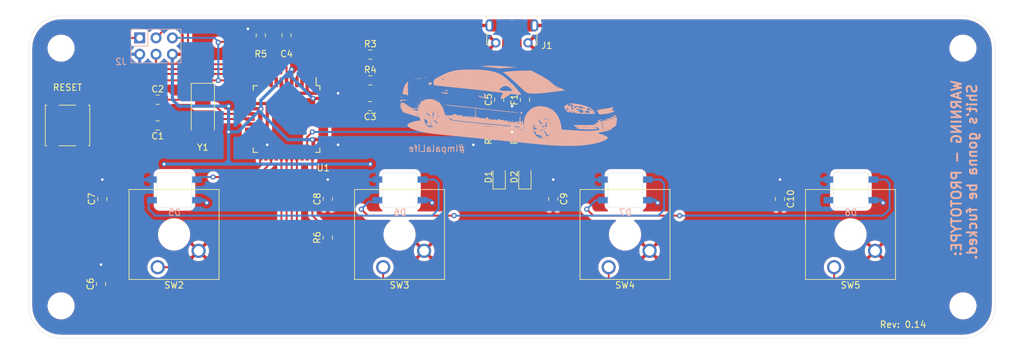
<source format=kicad_pcb>
(kicad_pcb (version 20171130) (host pcbnew "(5.1.2)-1")
  (layers (0 F.Cu signal) (31 B.Cu signal) (34 B.Paste user) (35 F.Paste user) (36 B.SilkS user) (37 F.SilkS user) (38 B.Mask user) (39 F.Mask user) (44 Edge.Cuts user))
  (net 0 "")
  (net 1 GND)
  (net 2 "Net-(C4-Pad2)")
  (net 3 +5V)
  (net 4 "Net-(D1-Pad2)")
  (net 5 "Net-(D2-Pad2)")
  (net 6 "Net-(F1-Pad2)")
  (net 7 "Net-(J1-Pad4)")
  (net 8 RESET)
  (net 9 MOSI)
  (net 10 SCLK)
  (net 11 MISO)
  (net 12 D13)
  (net 13 D+)
  (net 14 D-)
  (net 15 D5)
  (net 16 D10)
  (net 17 D9)
  (net 18 D8)
  (net 19 D6)
  (net 20 D4)
  (net 21 D11)
  (net 22 D7)
  (net 23 RXLED)
  (net 24 TXLED)
  (net 25 A5)
  (net 26 A4)
  (net 27 A3)
  (net 28 A2)
  (net 29 A1)
  (net 30 A0)
  (net 31 D12)
  (net 32 D0\TX)
  (net 33 D1\RX)
  (net 34 D2\SDA)
  (net 35 D3\SCL)
  (net 36 /d+)
  (net 37 /d-)
  (net 38 "Net-(D5-Pad2)")
  (net 39 "Net-(D6-Pad2)")
  (net 40 "Net-(D7-Pad2)")
  (net 41 "Net-(D8-Pad2)")
  (net 42 /HWB)
  (net 43 /XTAL1)
  (net 44 /XTAL2)
  (net 45 /AREF)
  (module PoorDeck:Impala (layer B.Cu) (at 74.5 11.8 180)
    (fp_text reference G*** hide)
    (fp_text value LOGO hide)
  )
  (module MountingHole:MountingHole_3.2mm_M3 (layer F.Cu) (at 5 5)
    (fp_text reference REF** hide)
    (fp_text value MountingHole_3.2mm_M3)
    (pad 1 np_thru_hole circle (at 0 0) (size 3.2 3.2) (drill 3.2) (layers *.Cu *.Mask))
  )
  (module MountingHole:MountingHole_3.2mm_M3 (layer F.Cu) (at 5 45)
    (fp_text reference REF** hide)
    (fp_text value MountingHole_3.2mm_M3)
    (pad 1 np_thru_hole circle (at 0 0) (size 3.2 3.2) (drill 3.2) (layers *.Cu *.Mask))
  )
  (module MountingHole:MountingHole_3.2mm_M3 (layer F.Cu) (at 145 45)
    (fp_text reference REF** hide)
    (fp_text value MountingHole_3.2mm_M3)
    (pad 1 np_thru_hole circle (at 0 0) (size 3.2 3.2) (drill 3.2) (layers *.Cu *.Mask))
  )
  (module MountingHole:MountingHole_3.2mm_M3 (layer F.Cu) (at 145 5)
    (fp_text reference REF** hide)
    (fp_text value MountingHole_3.2mm_M3)
    (pad 1 np_thru_hole circle (at 0 0) (size 3.2 3.2) (drill 3.2) (layers *.Cu *.Mask))
  )
  (module PoorDeck:LED_WS2812B_PLCC4_5.0x5.0mm_P3.2mm (layer B.Cu) (at 127.6 27)
    (fp_text reference D8 (at 0 3.5) (layer B.SilkS) (effects (justify mirror)))
    (fp_text value WS2812B)
    (pad 3 smd rect (at 3.5 1.6) (size 1.5 1) (layers B.Cu B.Paste B.Mask) (net 1 GND))
    (pad 4 smd rect (at 3.5 -1.6) (size 1.5 1) (layers B.Cu B.Paste B.Mask) (net 40 "Net-(D7-Pad2)"))
    (pad 2 smd rect (at -3.5 1.6) (size 1.5 1) (layers B.Cu B.Paste B.Mask) (net 41 "Net-(D8-Pad2)"))
    (pad 1 smd rect (at -3.5 -1.6) (size 1.5 1) (layers B.Cu B.Paste B.Mask) (net 3 +5V))
  )
  (module PoorDeck:LED_WS2812B_PLCC4_5.0x5.0mm_P3.2mm (layer B.Cu) (at 92.6 27)
    (fp_text reference D7 (at 0 3.5) (layer B.SilkS) (effects (justify mirror)))
    (fp_text value WS2812B)
    (pad 3 smd rect (at 3.5 1.6) (size 1.5 1) (layers B.Cu B.Paste B.Mask) (net 1 GND))
    (pad 4 smd rect (at 3.5 -1.6) (size 1.5 1) (layers B.Cu B.Paste B.Mask) (net 39 "Net-(D6-Pad2)"))
    (pad 2 smd rect (at -3.5 1.6) (size 1.5 1) (layers B.Cu B.Paste B.Mask) (net 40 "Net-(D7-Pad2)"))
    (pad 1 smd rect (at -3.5 -1.6) (size 1.5 1) (layers B.Cu B.Paste B.Mask) (net 3 +5V))
  )
  (module PoorDeck:LED_WS2812B_PLCC4_5.0x5.0mm_P3.2mm (layer B.Cu) (at 57.6 27)
    (fp_text reference D6 (at 0 3.5) (layer B.SilkS) (effects (justify mirror)))
    (fp_text value WS2812B)
    (pad 3 smd rect (at 3.5 1.6) (size 1.5 1) (layers B.Cu B.Paste B.Mask) (net 1 GND))
    (pad 4 smd rect (at 3.5 -1.6) (size 1.5 1) (layers B.Cu B.Paste B.Mask) (net 38 "Net-(D5-Pad2)"))
    (pad 2 smd rect (at -3.5 1.6) (size 1.5 1) (layers B.Cu B.Paste B.Mask) (net 39 "Net-(D6-Pad2)"))
    (pad 1 smd rect (at -3.5 -1.6) (size 1.5 1) (layers B.Cu B.Paste B.Mask) (net 3 +5V))
  )
  (module PoorDeck:LED_WS2812B_PLCC4_5.0x5.0mm_P3.2mm (layer B.Cu) (at 22.6 27)
    (fp_text reference D5 (at 0 3.5) (layer B.SilkS) (effects (justify mirror)))
    (fp_text value WS2812B)
    (pad 3 smd rect (at 3.5 1.6) (size 1.5 1) (layers B.Cu B.Paste B.Mask) (net 1 GND))
    (pad 4 smd rect (at 3.5 -1.6) (size 1.5 1) (layers B.Cu B.Paste B.Mask) (net 20 D4))
    (pad 2 smd rect (at -3.5 1.6) (size 1.5 1) (layers B.Cu B.Paste B.Mask) (net 38 "Net-(D5-Pad2)"))
    (pad 1 smd rect (at -3.5 -1.6) (size 1.5 1) (layers B.Cu B.Paste B.Mask) (net 3 +5V))
  )
  (module PoorDeck:USB_Micro-B_Molex-105017-0001 (layer F.Cu) (at 74.978634 2.7092 180)
    (fp_text reference J1 (at -5.421366 -1.8908) (layer F.SilkS))
    (fp_text value Molex-105017)
    (pad 6 smd rect (at -2.9 1.2375 180) (size 1.2 1.9) (layers F.Cu F.Mask) (net 1 GND))
    (pad 6 smd rect (at 2.9 1.2375 180) (size 1.2 1.9) (layers F.Cu F.Mask) (net 1 GND))
    (pad 6 thru_hole oval (at 3.5 1.2375 180) (size 1.2 1.9) (drill oval 0.6 1.3) (layers *.Cu *.Mask) (net 1 GND))
    (pad 6 thru_hole oval (at -3.5 1.2375) (size 1.2 1.9) (drill oval 0.6 1.3) (layers *.Cu *.Mask) (net 1 GND))
    (pad 6 smd rect (at -1 1.2375 180) (size 1.5 1.9) (layers F.Cu F.Paste F.Mask) (net 1 GND))
    (pad 6 thru_hole circle (at 2.5 -1.4625 180) (size 1.45 1.45) (drill 0.85) (layers *.Cu *.Mask) (net 1 GND))
    (pad 3 smd rect (at 0 -2 180) (size 0.4 2.5) (layers F.Cu F.Paste F.Mask) (net 36 /d+))
    (pad 4 smd rect (at 0.65 -2 180) (size 0.4 2.5) (layers F.Cu F.Paste F.Mask) (net 7 "Net-(J1-Pad4)"))
    (pad 5 smd rect (at 1.3 -2 180) (size 0.4 2.5) (layers F.Cu F.Paste F.Mask) (net 1 GND))
    (pad 1 smd rect (at -1.3 -2 180) (size 0.4 2.5) (layers F.Cu F.Paste F.Mask) (net 6 "Net-(F1-Pad2)"))
    (pad 2 smd rect (at -0.65 -2 180) (size 0.4 2.5) (layers F.Cu F.Paste F.Mask) (net 37 /d-))
    (pad 6 thru_hole circle (at -2.5 -1.4625 180) (size 1.45 1.45) (drill 0.85) (layers *.Cu *.Mask) (net 1 GND))
    (pad 6 smd rect (at 1 1.2375 180) (size 1.5 1.9) (layers F.Cu F.Paste F.Mask) (net 1 GND))
  )
  (module Crystal:Crystal_SMD_5032-2Pin_5.0x3.2mm_HandSoldering (layer F.Cu) (at 27 15 270)
    (fp_text reference Y1 (at 5.4 0 180) (layer F.SilkS))
    (fp_text value 16Mhz)
    (pad 2 smd rect (at 2.6 0 270) (size 3.5 2.4) (layers F.Cu F.Paste F.Mask) (net 43 /XTAL1))
    (pad 1 smd rect (at -2.6 0 270) (size 3.5 2.4) (layers F.Cu F.Paste F.Mask) (net 44 /XTAL2))
  )
  (module Package_QFP:TQFP-44_10x10mm_P0.8mm (layer F.Cu) (at 40 16 270)
    (fp_text reference U1 (at 7.6 -5.7 180) (layer F.SilkS))
    (fp_text value ATmega32U4-AU)
    (pad 44 smd rect (at -4 -5.7) (size 1.5 0.55) (layers F.Cu F.Paste F.Mask) (net 3 +5V))
    (pad 43 smd rect (at -3.2 -5.7) (size 1.5 0.55) (layers F.Cu F.Paste F.Mask) (net 1 GND))
    (pad 42 smd rect (at -2.4 -5.7) (size 1.5 0.55) (layers F.Cu F.Paste F.Mask) (net 45 /AREF))
    (pad 41 smd rect (at -1.6 -5.7) (size 1.5 0.55) (layers F.Cu F.Paste F.Mask) (net 25 A5))
    (pad 40 smd rect (at -0.8 -5.7) (size 1.5 0.55) (layers F.Cu F.Paste F.Mask) (net 26 A4))
    (pad 39 smd rect (at 0 -5.7) (size 1.5 0.55) (layers F.Cu F.Paste F.Mask) (net 27 A3))
    (pad 38 smd rect (at 0.8 -5.7) (size 1.5 0.55) (layers F.Cu F.Paste F.Mask) (net 28 A2))
    (pad 37 smd rect (at 1.6 -5.7) (size 1.5 0.55) (layers F.Cu F.Paste F.Mask) (net 29 A1))
    (pad 36 smd rect (at 2.4 -5.7) (size 1.5 0.55) (layers F.Cu F.Paste F.Mask) (net 30 A0))
    (pad 35 smd rect (at 3.2 -5.7) (size 1.5 0.55) (layers F.Cu F.Paste F.Mask) (net 1 GND))
    (pad 34 smd rect (at 4 -5.7) (size 1.5 0.55) (layers F.Cu F.Paste F.Mask) (net 3 +5V))
    (pad 33 smd rect (at 5.7 -4 270) (size 1.5 0.55) (layers F.Cu F.Paste F.Mask) (net 42 /HWB))
    (pad 32 smd rect (at 5.7 -3.2 270) (size 1.5 0.55) (layers F.Cu F.Paste F.Mask) (net 12 D13))
    (pad 31 smd rect (at 5.7 -2.4 270) (size 1.5 0.55) (layers F.Cu F.Paste F.Mask) (net 15 D5))
    (pad 30 smd rect (at 5.7 -1.6 270) (size 1.5 0.55) (layers F.Cu F.Paste F.Mask) (net 16 D10))
    (pad 29 smd rect (at 5.7 -0.8 270) (size 1.5 0.55) (layers F.Cu F.Paste F.Mask) (net 17 D9))
    (pad 28 smd rect (at 5.7 0 270) (size 1.5 0.55) (layers F.Cu F.Paste F.Mask) (net 18 D8))
    (pad 27 smd rect (at 5.7 0.8 270) (size 1.5 0.55) (layers F.Cu F.Paste F.Mask) (net 19 D6))
    (pad 26 smd rect (at 5.7 1.6 270) (size 1.5 0.55) (layers F.Cu F.Paste F.Mask) (net 31 D12))
    (pad 25 smd rect (at 5.7 2.4 270) (size 1.5 0.55) (layers F.Cu F.Paste F.Mask) (net 20 D4))
    (pad 24 smd rect (at 5.7 3.2 270) (size 1.5 0.55) (layers F.Cu F.Paste F.Mask) (net 3 +5V))
    (pad 23 smd rect (at 5.7 4 270) (size 1.5 0.55) (layers F.Cu F.Paste F.Mask) (net 1 GND))
    (pad 22 smd rect (at 4 5.7) (size 1.5 0.55) (layers F.Cu F.Paste F.Mask) (net 24 TXLED))
    (pad 21 smd rect (at 3.2 5.7) (size 1.5 0.55) (layers F.Cu F.Paste F.Mask) (net 32 D0\TX))
    (pad 20 smd rect (at 2.4 5.7) (size 1.5 0.55) (layers F.Cu F.Paste F.Mask) (net 33 D1\RX))
    (pad 19 smd rect (at 1.6 5.7) (size 1.5 0.55) (layers F.Cu F.Paste F.Mask) (net 34 D2\SDA))
    (pad 18 smd rect (at 0.8 5.7) (size 1.5 0.55) (layers F.Cu F.Paste F.Mask) (net 35 D3\SCL))
    (pad 17 smd rect (at 0 5.7) (size 1.5 0.55) (layers F.Cu F.Paste F.Mask) (net 43 /XTAL1))
    (pad 16 smd rect (at -0.8 5.7) (size 1.5 0.55) (layers F.Cu F.Paste F.Mask) (net 44 /XTAL2))
    (pad 15 smd rect (at -1.6 5.7) (size 1.5 0.55) (layers F.Cu F.Paste F.Mask) (net 1 GND))
    (pad 14 smd rect (at -2.4 5.7) (size 1.5 0.55) (layers F.Cu F.Paste F.Mask) (net 3 +5V))
    (pad 13 smd rect (at -3.2 5.7) (size 1.5 0.55) (layers F.Cu F.Paste F.Mask) (net 8 RESET))
    (pad 12 smd rect (at -4 5.7) (size 1.5 0.55) (layers F.Cu F.Paste F.Mask) (net 21 D11))
    (pad 11 smd rect (at -5.7 4 270) (size 1.5 0.55) (layers F.Cu F.Paste F.Mask) (net 11 MISO))
    (pad 10 smd rect (at -5.7 3.2 270) (size 1.5 0.55) (layers F.Cu F.Paste F.Mask) (net 9 MOSI))
    (pad 9 smd rect (at -5.7 2.4 270) (size 1.5 0.55) (layers F.Cu F.Paste F.Mask) (net 10 SCLK))
    (pad 8 smd rect (at -5.7 1.6 270) (size 1.5 0.55) (layers F.Cu F.Paste F.Mask) (net 23 RXLED))
    (pad 7 smd rect (at -5.7 0.8 270) (size 1.5 0.55) (layers F.Cu F.Paste F.Mask) (net 3 +5V))
    (pad 6 smd rect (at -5.7 0 270) (size 1.5 0.55) (layers F.Cu F.Paste F.Mask) (net 2 "Net-(C4-Pad2)"))
    (pad 5 smd rect (at -5.7 -0.8 270) (size 1.5 0.55) (layers F.Cu F.Paste F.Mask) (net 1 GND))
    (pad 4 smd rect (at -5.7 -1.6 270) (size 1.5 0.55) (layers F.Cu F.Paste F.Mask) (net 13 D+))
    (pad 3 smd rect (at -5.7 -2.4 270) (size 1.5 0.55) (layers F.Cu F.Paste F.Mask) (net 14 D-))
    (pad 2 smd rect (at -5.7 -3.2 270) (size 1.5 0.55) (layers F.Cu F.Paste F.Mask) (net 3 +5V))
    (pad 1 smd rect (at -5.7 -4 270) (size 1.5 0.55) (layers F.Cu F.Paste F.Mask) (net 22 D7))
  )
  (module Button_Switch_Keyboard:SW_Cherry_MX_1.00u_Plate (layer F.Cu) (at 125 39 180)
    (fp_text reference SW5 (at -2.54 -2.794) (layer F.SilkS))
    (fp_text value SW_Push)
    (pad "" np_thru_hole circle (at -2.54 5.08 180) (size 4 4) (drill 4) (layers *.Cu *.Mask))
    (pad 2 thru_hole circle (at -6.35 2.54 180) (size 2.2 2.2) (drill 1.5) (layers *.Cu *.Mask) (net 1 GND))
    (pad 1 thru_hole circle (at 0 0 180) (size 2.2 2.2) (drill 1.5) (layers *.Cu *.Mask) (net 18 D8))
  )
  (module Button_Switch_Keyboard:SW_Cherry_MX_1.00u_Plate (layer F.Cu) (at 90 39 180)
    (fp_text reference SW4 (at -2.54 -2.794) (layer F.SilkS))
    (fp_text value SW_Push)
    (pad "" np_thru_hole circle (at -2.54 5.08 180) (size 4 4) (drill 4) (layers *.Cu *.Mask))
    (pad 2 thru_hole circle (at -6.35 2.54 180) (size 2.2 2.2) (drill 1.5) (layers *.Cu *.Mask) (net 1 GND))
    (pad 1 thru_hole circle (at 0 0 180) (size 2.2 2.2) (drill 1.5) (layers *.Cu *.Mask) (net 17 D9))
  )
  (module Button_Switch_Keyboard:SW_Cherry_MX_1.00u_Plate (layer F.Cu) (at 55 39 180)
    (fp_text reference SW3 (at -2.54 -2.794) (layer F.SilkS))
    (fp_text value SW_Push)
    (pad "" np_thru_hole circle (at -2.54 5.08 180) (size 4 4) (drill 4) (layers *.Cu *.Mask))
    (pad 2 thru_hole circle (at -6.35 2.54 180) (size 2.2 2.2) (drill 1.5) (layers *.Cu *.Mask) (net 1 GND))
    (pad 1 thru_hole circle (at 0 0 180) (size 2.2 2.2) (drill 1.5) (layers *.Cu *.Mask) (net 16 D10))
  )
  (module Button_Switch_Keyboard:SW_Cherry_MX_1.00u_Plate (layer F.Cu) (at 20 39 180)
    (fp_text reference SW2 (at -2.54 -2.794) (layer F.SilkS))
    (fp_text value SW_Push)
    (pad "" np_thru_hole circle (at -2.54 5.08 180) (size 4 4) (drill 4) (layers *.Cu *.Mask))
    (pad 2 thru_hole circle (at -6.35 2.54 180) (size 2.2 2.2) (drill 1.5) (layers *.Cu *.Mask) (net 1 GND))
    (pad 1 thru_hole circle (at 0 0 180) (size 2.2 2.2) (drill 1.5) (layers *.Cu *.Mask) (net 19 D6))
  )
  (module Button_Switch_SMD:SW_SPST_B3S-1000 (layer F.Cu) (at 6 17 90)
    (fp_text reference RESET (at 5.9 0 180) (layer F.SilkS))
    (fp_text value SW_Push)
    (pad 2 smd rect (at 3.975 2.25 90) (size 1.55 1.3) (layers F.Cu F.Paste F.Mask) (net 8 RESET))
    (pad 2 smd rect (at -3.975 2.25 90) (size 1.55 1.3) (layers F.Cu F.Paste F.Mask) (net 8 RESET))
    (pad 1 smd rect (at 3.975 -2.25 90) (size 1.55 1.3) (layers F.Cu F.Paste F.Mask) (net 1 GND))
    (pad 1 smd rect (at -3.975 -2.25 90) (size 1.55 1.3) (layers F.Cu F.Paste F.Mask) (net 1 GND))
  )
  (module Resistor_SMD:R_0805_2012Metric_Pad1.15x1.40mm_HandSolder (layer F.Cu) (at 46.4 34.4 90)
    (fp_text reference R6 (at 0 -1.65 90) (layer F.SilkS))
    (fp_text value 10k)
    (pad 2 smd roundrect (at 1.025 0 90) (size 1.15 1.4) (layers F.Cu F.Paste F.Mask) (roundrect_rratio 0.217391) (net 42 /HWB))
    (pad 1 smd roundrect (at -1.025 0 90) (size 1.15 1.4) (layers F.Cu F.Paste F.Mask) (roundrect_rratio 0.217391) (net 1 GND))
  )
  (module Resistor_SMD:R_0805_2012Metric_Pad1.15x1.40mm_HandSolder (layer F.Cu) (at 36 3 270)
    (fp_text reference R5 (at 2.9 0 180) (layer F.SilkS))
    (fp_text value 10k)
    (pad 2 smd roundrect (at 1.025 0 270) (size 1.15 1.4) (layers F.Cu F.Paste F.Mask) (roundrect_rratio 0.217391) (net 8 RESET))
    (pad 1 smd roundrect (at -1.025 0 270) (size 1.15 1.4) (layers F.Cu F.Paste F.Mask) (roundrect_rratio 0.217391) (net 3 +5V))
  )
  (module Resistor_SMD:R_0805_2012Metric_Pad1.15x1.40mm_HandSolder (layer F.Cu) (at 53 10)
    (fp_text reference R4 (at 0 -1.65) (layer F.SilkS))
    (fp_text value 22R)
    (pad 2 smd roundrect (at 1.025 0) (size 1.15 1.4) (layers F.Cu F.Paste F.Mask) (roundrect_rratio 0.217391) (net 37 /d-))
    (pad 1 smd roundrect (at -1.025 0) (size 1.15 1.4) (layers F.Cu F.Paste F.Mask) (roundrect_rratio 0.217391) (net 14 D-))
  )
  (module Resistor_SMD:R_0805_2012Metric_Pad1.15x1.40mm_HandSolder (layer F.Cu) (at 53 6)
    (fp_text reference R3 (at 0 -1.65) (layer F.SilkS))
    (fp_text value 22R)
    (pad 2 smd roundrect (at 1.025 0) (size 1.15 1.4) (layers F.Cu F.Paste F.Mask) (roundrect_rratio 0.217391) (net 36 /d+))
    (pad 1 smd roundrect (at -1.025 0) (size 1.15 1.4) (layers F.Cu F.Paste F.Mask) (roundrect_rratio 0.217391) (net 13 D+))
  )
  (module Resistor_SMD:R_0805_2012Metric_Pad1.15x1.40mm_HandSolder (layer F.Cu) (at 77 19 90)
    (fp_text reference R2 (at 0 -1.65 90) (layer F.SilkS))
    (fp_text value 10k)
    (pad 2 smd roundrect (at 1.025 0 90) (size 1.15 1.4) (layers F.Cu F.Paste F.Mask) (roundrect_rratio 0.217391) (net 12 D13))
    (pad 1 smd roundrect (at -1.025 0 90) (size 1.15 1.4) (layers F.Cu F.Paste F.Mask) (roundrect_rratio 0.217391) (net 5 "Net-(D2-Pad2)"))
  )
  (module Resistor_SMD:R_0805_2012Metric_Pad1.15x1.40mm_HandSolder (layer F.Cu) (at 73 19 90)
    (fp_text reference R1 (at 0 -1.65 90) (layer F.SilkS))
    (fp_text value 10k)
    (pad 2 smd roundrect (at 1.025 0 90) (size 1.15 1.4) (layers F.Cu F.Paste F.Mask) (roundrect_rratio 0.217391) (net 3 +5V))
    (pad 1 smd roundrect (at -1.025 0 90) (size 1.15 1.4) (layers F.Cu F.Paste F.Mask) (roundrect_rratio 0.217391) (net 4 "Net-(D1-Pad2)"))
  )
  (module Connector_PinHeader_2.54mm:PinHeader_2x03_P2.54mm_Vertical (layer B.Cu) (at 17.2 3.4 270)
    (fp_text reference J2 (at 3.7 2.9 180) (layer B.SilkS) (effects (justify mirror)))
    (fp_text value Conn_02x03)
    (pad 6 thru_hole oval (at 2.54 -5.08 270) (size 1.7 1.7) (drill 1) (layers *.Cu *.Mask) (net 1 GND))
    (pad 5 thru_hole oval (at 0 -5.08 270) (size 1.7 1.7) (drill 1) (layers *.Cu *.Mask) (net 8 RESET))
    (pad 4 thru_hole oval (at 2.54 -2.54 270) (size 1.7 1.7) (drill 1) (layers *.Cu *.Mask) (net 9 MOSI))
    (pad 3 thru_hole oval (at 0 -2.54 270) (size 1.7 1.7) (drill 1) (layers *.Cu *.Mask) (net 10 SCLK))
    (pad 2 thru_hole oval (at 2.54 0 270) (size 1.7 1.7) (drill 1) (layers *.Cu *.Mask) (net 3 +5V))
    (pad 1 thru_hole rect (at 0 0 270) (size 1.7 1.7) (drill 1) (layers *.Cu *.Mask) (net 11 MISO))
  )
  (module Fuse:Fuse_0805_2012Metric_Pad1.15x1.40mm_HandSolder (layer F.Cu) (at 77 13 90)
    (fp_text reference F1 (at 0 -1.65 90) (layer F.SilkS))
    (fp_text value 500mA)
    (pad 2 smd roundrect (at 1.025 0 90) (size 1.15 1.4) (layers F.Cu F.Paste F.Mask) (roundrect_rratio 0.217391) (net 6 "Net-(F1-Pad2)"))
    (pad 1 smd roundrect (at -1.025 0 90) (size 1.15 1.4) (layers F.Cu F.Paste F.Mask) (roundrect_rratio 0.217391) (net 3 +5V))
  )
  (module Diode_SMD:D_0805_2012Metric_Pad1.15x1.40mm_HandSolder (layer F.Cu) (at 77 25 90)
    (fp_text reference D2 (at 0 -1.65 90) (layer F.SilkS))
    (fp_text value LED)
    (pad 2 smd roundrect (at 1.025 0 90) (size 1.15 1.4) (layers F.Cu F.Paste F.Mask) (roundrect_rratio 0.217391) (net 5 "Net-(D2-Pad2)"))
    (pad 1 smd roundrect (at -1.025 0 90) (size 1.15 1.4) (layers F.Cu F.Paste F.Mask) (roundrect_rratio 0.217391) (net 1 GND))
  )
  (module Diode_SMD:D_0805_2012Metric_Pad1.15x1.40mm_HandSolder (layer F.Cu) (at 73 25 90)
    (fp_text reference D1 (at 0 -1.65 90) (layer F.SilkS))
    (fp_text value LED)
    (pad 2 smd roundrect (at 1.025 0 90) (size 1.15 1.4) (layers F.Cu F.Paste F.Mask) (roundrect_rratio 0.217391) (net 4 "Net-(D1-Pad2)"))
    (pad 1 smd roundrect (at -1.025 0 90) (size 1.15 1.4) (layers F.Cu F.Paste F.Mask) (roundrect_rratio 0.217391) (net 1 GND))
  )
  (module Capacitor_SMD:C_0805_2012Metric_Pad1.15x1.40mm_HandSolder (layer F.Cu) (at 116.6 28.4 270)
    (fp_text reference C10 (at 0 -1.65 90) (layer F.SilkS))
    (fp_text value 100nF)
    (pad 2 smd roundrect (at 1.025 0 270) (size 1.15 1.4) (layers F.Cu F.Paste F.Mask) (roundrect_rratio 0.217391) (net 1 GND))
    (pad 1 smd roundrect (at -1.025 0 270) (size 1.15 1.4) (layers F.Cu F.Paste F.Mask) (roundrect_rratio 0.217391) (net 3 +5V))
  )
  (module Capacitor_SMD:C_0805_2012Metric_Pad1.15x1.40mm_HandSolder (layer F.Cu) (at 81.4 28.4 270)
    (fp_text reference C9 (at 0 -1.65 90) (layer F.SilkS))
    (fp_text value 100nF)
    (pad 2 smd roundrect (at 1.025 0 270) (size 1.15 1.4) (layers F.Cu F.Paste F.Mask) (roundrect_rratio 0.217391) (net 1 GND))
    (pad 1 smd roundrect (at -1.025 0 270) (size 1.15 1.4) (layers F.Cu F.Paste F.Mask) (roundrect_rratio 0.217391) (net 3 +5V))
  )
  (module Capacitor_SMD:C_0805_2012Metric_Pad1.15x1.40mm_HandSolder (layer F.Cu) (at 46.4 28.4 270)
    (fp_text reference C8 (at 0 1.65 90) (layer F.SilkS))
    (fp_text value 100nF)
    (pad 2 smd roundrect (at 1.025 0 270) (size 1.15 1.4) (layers F.Cu F.Paste F.Mask) (roundrect_rratio 0.217391) (net 1 GND))
    (pad 1 smd roundrect (at -1.025 0 270) (size 1.15 1.4) (layers F.Cu F.Paste F.Mask) (roundrect_rratio 0.217391) (net 3 +5V))
  )
  (module Capacitor_SMD:C_0805_2012Metric_Pad1.15x1.40mm_HandSolder (layer F.Cu) (at 11.4 28.4 270)
    (fp_text reference C7 (at 0 1.65 90) (layer F.SilkS))
    (fp_text value 100nF)
    (pad 2 smd roundrect (at 1.025 0 270) (size 1.15 1.4) (layers F.Cu F.Paste F.Mask) (roundrect_rratio 0.217391) (net 1 GND))
    (pad 1 smd roundrect (at -1.025 0 270) (size 1.15 1.4) (layers F.Cu F.Paste F.Mask) (roundrect_rratio 0.217391) (net 3 +5V))
  )
  (module Capacitor_SMD:C_0805_2012Metric_Pad1.15x1.40mm_HandSolder (layer F.Cu) (at 11.2 41.6 270)
    (fp_text reference C6 (at 0 1.65 90) (layer F.SilkS))
    (fp_text value 100nF)
    (pad 2 smd roundrect (at 1.025 0 270) (size 1.15 1.4) (layers F.Cu F.Paste F.Mask) (roundrect_rratio 0.217391) (net 1 GND))
    (pad 1 smd roundrect (at -1.025 0 270) (size 1.15 1.4) (layers F.Cu F.Paste F.Mask) (roundrect_rratio 0.217391) (net 3 +5V))
  )
  (module Capacitor_SMD:C_0805_2012Metric_Pad1.15x1.40mm_HandSolder (layer F.Cu) (at 73 13 90)
    (fp_text reference C5 (at 0 -1.65 90) (layer F.SilkS))
    (fp_text value 100nF)
    (pad 2 smd roundrect (at 1.025 0 90) (size 1.15 1.4) (layers F.Cu F.Paste F.Mask) (roundrect_rratio 0.217391) (net 1 GND))
    (pad 1 smd roundrect (at -1.025 0 90) (size 1.15 1.4) (layers F.Cu F.Paste F.Mask) (roundrect_rratio 0.217391) (net 3 +5V))
  )
  (module Capacitor_SMD:C_0805_2012Metric_Pad1.15x1.40mm_HandSolder (layer F.Cu) (at 40 3 270)
    (fp_text reference C4 (at 2.9 0 180) (layer F.SilkS))
    (fp_text value 1uF)
    (pad 2 smd roundrect (at 1.025 0 270) (size 1.15 1.4) (layers F.Cu F.Paste F.Mask) (roundrect_rratio 0.217391) (net 2 "Net-(C4-Pad2)"))
    (pad 1 smd roundrect (at -1.025 0 270) (size 1.15 1.4) (layers F.Cu F.Paste F.Mask) (roundrect_rratio 0.217391) (net 1 GND))
  )
  (module Capacitor_SMD:C_0805_2012Metric_Pad1.15x1.40mm_HandSolder (layer F.Cu) (at 52.975 14 180)
    (fp_text reference C3 (at 0 -1.65) (layer F.SilkS))
    (fp_text value 100nF)
    (pad 2 smd roundrect (at 1.025 0 180) (size 1.15 1.4) (layers F.Cu F.Paste F.Mask) (roundrect_rratio 0.217391) (net 45 /AREF))
    (pad 1 smd roundrect (at -1.025 0 180) (size 1.15 1.4) (layers F.Cu F.Paste F.Mask) (roundrect_rratio 0.217391) (net 1 GND))
  )
  (module Capacitor_SMD:C_0805_2012Metric_Pad1.15x1.40mm_HandSolder (layer F.Cu) (at 20 13)
    (fp_text reference C2 (at 0 -1.65) (layer F.SilkS))
    (fp_text value 22pF)
    (pad 2 smd roundrect (at 1.025 0) (size 1.15 1.4) (layers F.Cu F.Paste F.Mask) (roundrect_rratio 0.217391) (net 44 /XTAL2))
    (pad 1 smd roundrect (at -1.025 0) (size 1.15 1.4) (layers F.Cu F.Paste F.Mask) (roundrect_rratio 0.217391) (net 1 GND))
  )
  (module Capacitor_SMD:C_0805_2012Metric_Pad1.15x1.40mm_HandSolder (layer F.Cu) (at 20 17 180)
    (fp_text reference C1 (at 0 -1.65) (layer F.SilkS))
    (fp_text value 22pF)
    (pad 2 smd roundrect (at 1.025 0 180) (size 1.15 1.4) (layers F.Cu F.Paste F.Mask) (roundrect_rratio 0.217391) (net 1 GND))
    (pad 1 smd roundrect (at -1.025 0 180) (size 1.15 1.4) (layers F.Cu F.Paste F.Mask) (roundrect_rratio 0.217391) (net 43 /XTAL1))
  )
  (gr_text "Rev: 0.14" (at 135.7 47.9) (layer F.SilkS) (effects (font (size 1 1))))
  (gr_text "#ImpalaLife" (at 63.3 20.6) (layer B.SilkS) (effects (font (size 1 1)) (justify mirror)))
  (gr_text "WARNING - PROTOTYPE: \nShit's gonna be fucked." (at 145.2 24.2 90) (layer B.SilkS) (effects (font (size 1.5 1.5) (thickness 0.3)) (justify mirror)))
  (gr_line (start 130.3 29.3) (end 130.3 24.7) (layer Edge.Cuts) (width 0.05))
  (gr_arc (start 125.3 29.3) (end 124.9 29.3) (angle -90) (layer Edge.Cuts) (width 0.05))
  (gr_arc (start 129.9 29.3) (end 129.9 29.7) (angle -90) (layer Edge.Cuts) (width 0.05))
  (gr_line (start 124.9 24.7) (end 124.9 29.3) (layer Edge.Cuts) (width 0.05))
  (gr_arc (start 129.9 24.7) (end 130.3 24.7) (angle -90) (layer Edge.Cuts) (width 0.05))
  (gr_line (start 125.3 29.7) (end 129.9 29.7) (layer Edge.Cuts) (width 0.05))
  (gr_line (start 129.9 24.3) (end 125.3 24.3) (layer Edge.Cuts) (width 0.05))
  (gr_arc (start 125.3 24.7) (end 125.3 24.3) (angle -90) (layer Edge.Cuts) (width 0.05))
  (gr_line (start 95.3 29.3) (end 95.3 24.7) (layer Edge.Cuts) (width 0.05))
  (gr_arc (start 90.3 29.3) (end 89.9 29.3) (angle -90) (layer Edge.Cuts) (width 0.05))
  (gr_arc (start 94.9 29.3) (end 94.9 29.7) (angle -90) (layer Edge.Cuts) (width 0.05))
  (gr_line (start 89.9 24.7) (end 89.9 29.3) (layer Edge.Cuts) (width 0.05))
  (gr_arc (start 94.9 24.7) (end 95.3 24.7) (angle -90) (layer Edge.Cuts) (width 0.05))
  (gr_line (start 90.3 29.7) (end 94.9 29.7) (layer Edge.Cuts) (width 0.05))
  (gr_line (start 94.9 24.3) (end 90.3 24.3) (layer Edge.Cuts) (width 0.05))
  (gr_arc (start 90.3 24.7) (end 90.3 24.3) (angle -90) (layer Edge.Cuts) (width 0.05))
  (gr_line (start 60.3 29.3) (end 60.3 24.7) (layer Edge.Cuts) (width 0.05))
  (gr_arc (start 55.3 29.3) (end 54.9 29.3) (angle -90) (layer Edge.Cuts) (width 0.05))
  (gr_arc (start 59.9 29.3) (end 59.9 29.7) (angle -90) (layer Edge.Cuts) (width 0.05))
  (gr_line (start 54.9 24.7) (end 54.9 29.3) (layer Edge.Cuts) (width 0.05))
  (gr_arc (start 59.9 24.7) (end 60.3 24.7) (angle -90) (layer Edge.Cuts) (width 0.05))
  (gr_line (start 55.3 29.7) (end 59.9 29.7) (layer Edge.Cuts) (width 0.05))
  (gr_line (start 59.9 24.3) (end 55.3 24.3) (layer Edge.Cuts) (width 0.05))
  (gr_arc (start 55.3 24.7) (end 55.3 24.3) (angle -90) (layer Edge.Cuts) (width 0.05))
  (gr_line (start 24.9 24.3) (end 20.3 24.3) (layer Edge.Cuts) (width 0.05))
  (gr_line (start 25.3 29.3) (end 25.3 24.7) (layer Edge.Cuts) (width 0.05))
  (gr_line (start 20.3 29.7) (end 24.9 29.7) (layer Edge.Cuts) (width 0.05))
  (gr_line (start 19.9 24.7) (end 19.9 29.3) (layer Edge.Cuts) (width 0.05))
  (gr_arc (start 24.9 29.3) (end 24.9 29.7) (angle -90) (layer Edge.Cuts) (width 0.05))
  (gr_arc (start 20.3 29.3) (end 19.9 29.3) (angle -90) (layer Edge.Cuts) (width 0.05))
  (gr_arc (start 20.3 24.7) (end 20.3 24.3) (angle -90) (layer Edge.Cuts) (width 0.05))
  (gr_arc (start 24.9 24.7) (end 25.3 24.7) (angle -90) (layer Edge.Cuts) (width 0.05))
  (gr_arc (start 145 5) (end 150 5) (angle -90) (layer Edge.Cuts) (width 0.05))
  (gr_arc (start 145 45) (end 145 50) (angle -90) (layer Edge.Cuts) (width 0.05))
  (gr_arc (start 5 45) (end 0 45) (angle -90) (layer Edge.Cuts) (width 0.05))
  (gr_arc (start 5 5) (end 5 0) (angle -90) (layer Edge.Cuts) (width 0.05))
  (gr_line (start 0 45) (end 0 5) (layer Edge.Cuts) (width 0.05))
  (gr_line (start 145 50) (end 5 50) (layer Edge.Cuts) (width 0.05))
  (gr_line (start 150 5) (end 150 45) (layer Edge.Cuts) (width 0.05))
  (gr_line (start 5 0) (end 145 0) (layer Edge.Cuts) (width 0.05))
  (via (at 53 23) (size 0.8) (drill 0.4) (layers F.Cu B.Cu) (net 1))
  (via (at 21 23) (size 0.8) (drill 0.4) (layers F.Cu B.Cu) (net 1))
  (segment (start 45.7 19.2) (end 46.8 19.2) (width 0.5) (layer F.Cu) (net 1))
  (segment (start 46.8 19.2) (end 47 19) (width 0.5) (layer F.Cu) (net 1))
  (segment (start 47 19) (end 48 18) (width 0.5) (layer F.Cu) (net 1))
  (segment (start 46.750002 12.850001) (end 49.149999 12.850001) (width 0.5) (layer F.Cu) (net 1))
  (segment (start 45.7 12.8) (end 46.700001 12.8) (width 0.5) (layer F.Cu) (net 1))
  (segment (start 46.700001 12.8) (end 46.750002 12.850001) (width 0.5) (layer F.Cu) (net 1))
  (segment (start 49.149999 12.850001) (end 50 12) (width 0.5) (layer F.Cu) (net 1))
  (segment (start 40.8 10.3) (end 40.8 8.3) (width 0.5) (layer F.Cu) (net 1))
  (via (at 31 14) (size 0.8) (drill 0.4) (layers F.Cu B.Cu) (net 1))
  (segment (start 34.3 14.4) (end 31.4 14.4) (width 0.5) (layer F.Cu) (net 1))
  (segment (start 31.4 14.4) (end 31 14) (width 0.5) (layer F.Cu) (net 1))
  (segment (start 31 14) (end 31 18) (width 0.5) (layer B.Cu) (net 1))
  (via (at 31 18) (size 0.8) (drill 0.4) (layers F.Cu B.Cu) (net 1))
  (segment (start 73.678634 6.4592) (end 73.6 6.537834) (width 0.5) (layer F.Cu) (net 1))
  (segment (start 73.678634 4.7092) (end 73.678634 6.4592) (width 0.5) (layer F.Cu) (net 1))
  (via (at 36.009644 14.45) (size 0.8) (drill 0.4) (layers F.Cu B.Cu) (net 1))
  (segment (start 36.009644 20.000393) (end 36.009644 14.45) (width 0.5) (layer F.Cu) (net 1))
  (segment (start 36 21.7) (end 36 20.010037) (width 0.5) (layer F.Cu) (net 1))
  (segment (start 36 20.010037) (end 36.009644 20.000393) (width 0.5) (layer F.Cu) (net 1))
  (segment (start 35.959644 14.4) (end 36.009644 14.45) (width 0.5) (layer F.Cu) (net 1))
  (segment (start 34.3 14.4) (end 35.959644 14.4) (width 0.5) (layer F.Cu) (net 1))
  (segment (start 40.8 8.3) (end 40.8 5.2) (width 0.5) (layer F.Cu) (net 1))
  (via (at 40.8 8.3) (size 0.8) (drill 0.4) (layers F.Cu B.Cu) (net 1))
  (segment (start 32.459644 18) (end 36.009644 14.45) (width 0.5) (layer B.Cu) (net 1))
  (segment (start 31 18) (end 32.459644 18) (width 0.5) (layer B.Cu) (net 1))
  (segment (start 36.009644 14.45) (end 36.009644 13.090356) (width 0.5) (layer B.Cu) (net 1))
  (via (at 97.6 29) (size 0.8) (drill 0.4) (layers F.Cu B.Cu) (net 1))
  (segment (start 96.1 28.6) (end 97.2 28.6) (width 0.5) (layer B.Cu) (net 1))
  (segment (start 97.2 28.6) (end 97.6 29) (width 0.5) (layer B.Cu) (net 1))
  (via (at 132.6 29) (size 0.8) (drill 0.4) (layers F.Cu B.Cu) (net 1))
  (segment (start 131.1 28.6) (end 132.2 28.6) (width 0.5) (layer B.Cu) (net 1))
  (segment (start 132.2 28.6) (end 132.6 29) (width 0.5) (layer B.Cu) (net 1))
  (via (at 62.6 29) (size 0.8) (drill 0.4) (layers F.Cu B.Cu) (net 1))
  (segment (start 61.1 28.6) (end 62.2 28.6) (width 0.5) (layer B.Cu) (net 1))
  (segment (start 62.2 28.6) (end 62.6 29) (width 0.5) (layer B.Cu) (net 1))
  (via (at 27.6 29) (size 0.8) (drill 0.4) (layers F.Cu B.Cu) (net 1))
  (segment (start 26.1 28.6) (end 27.2 28.6) (width 0.5) (layer B.Cu) (net 1))
  (segment (start 27.2 28.6) (end 27.6 29) (width 0.5) (layer B.Cu) (net 1))
  (via (at 44 19.2) (size 0.8) (drill 0.4) (layers F.Cu B.Cu) (net 1))
  (via (at 44.1 12.8) (size 0.8) (drill 0.4) (layers F.Cu B.Cu) (net 1))
  (segment (start 45.7 19.2) (end 44 19.2) (width 0.5) (layer F.Cu) (net 1))
  (segment (start 45.7 12.8) (end 44.1 12.8) (width 0.5) (layer F.Cu) (net 1))
  (segment (start 43.434315 19.2) (end 44 19.2) (width 0.5) (layer B.Cu) (net 1))
  (segment (start 40.193959 19.2) (end 43.434315 19.2) (width 0.5) (layer B.Cu) (net 1))
  (segment (start 36.009644 15.015685) (end 40.193959 19.2) (width 0.5) (layer B.Cu) (net 1))
  (segment (start 36.009644 14.45) (end 36.009644 15.015685) (width 0.5) (layer B.Cu) (net 1))
  (segment (start 40.8 9.5) (end 44.1 12.8) (width 0.5) (layer B.Cu) (net 1))
  (segment (start 40.8 8.3) (end 40.8 9.5) (width 0.5) (layer B.Cu) (net 1))
  (segment (start 40.8 9.5) (end 40.2 8.9) (width 0.5) (layer B.Cu) (net 1))
  (segment (start 40.2 8.9) (end 40.8 8.3) (width 0.5) (layer B.Cu) (net 1))
  (segment (start 40.7 9.4) (end 40.8 9.5) (width 0.5) (layer B.Cu) (net 1))
  (segment (start 39.7 9.4) (end 40.7 9.4) (width 0.5) (layer B.Cu) (net 1))
  (segment (start 39.7 9.4) (end 40.2 8.9) (width 0.5) (layer B.Cu) (net 1))
  (segment (start 36.009644 13.090356) (end 39.7 9.4) (width 0.5) (layer B.Cu) (net 1))
  (segment (start 22.28 12.98) (end 22.28 5.94) (width 0.5) (layer B.Cu) (net 1))
  (segment (start 31 14) (end 23.3 14) (width 0.5) (layer B.Cu) (net 1))
  (segment (start 23.3 14) (end 22.28 12.98) (width 0.5) (layer B.Cu) (net 1))
  (segment (start 31 22.4) (end 30.4 23) (width 0.5) (layer B.Cu) (net 1))
  (segment (start 31 18) (end 31 22.4) (width 0.5) (layer B.Cu) (net 1))
  (segment (start 30.4 23) (end 21 23) (width 0.5) (layer B.Cu) (net 1))
  (segment (start 31 22.5) (end 31.5 23) (width 0.5) (layer B.Cu) (net 1))
  (segment (start 31 22.4) (end 31 22.5) (width 0.5) (layer B.Cu) (net 1))
  (segment (start 53 23) (end 31.5 23) (width 0.5) (layer B.Cu) (net 1))
  (segment (start 31.5 23) (end 30.4 23) (width 0.5) (layer B.Cu) (net 1))
  (segment (start 40 10.3) (end 40 4.025) (width 0.3) (layer F.Cu) (net 2))
  (via (at 34 2) (size 0.8) (drill 0.4) (layers F.Cu B.Cu) (net 3))
  (via (at 11.4 25.4) (size 0.8) (drill 0.4) (layers F.Cu B.Cu) (net 3))
  (via (at 46.4 25.4) (size 0.8) (drill 0.4) (layers F.Cu B.Cu) (net 3))
  (via (at 81.4 25.4) (size 0.8) (drill 0.4) (layers F.Cu B.Cu) (net 3))
  (via (at 116.6 25.4) (size 0.8) (drill 0.4) (layers F.Cu B.Cu) (net 3))
  (via (at 11.2 38.6) (size 0.8) (drill 0.4) (layers F.Cu B.Cu) (net 3))
  (via (at 75 14) (size 0.8) (drill 0.4) (layers F.Cu B.Cu) (net 3))
  (segment (start 11.4 27.375) (end 11.4 25.4) (width 0.5) (layer F.Cu) (net 3))
  (segment (start 46.4 27.375) (end 46.4 25.4) (width 0.5) (layer F.Cu) (net 3))
  (segment (start 11.2 40.575) (end 11.2 38.6) (width 0.5) (layer F.Cu) (net 3))
  (segment (start 81.4 27.375) (end 81.4 25.4) (width 0.5) (layer F.Cu) (net 3))
  (segment (start 116.6 27.375) (end 116.6 25.4) (width 0.5) (layer F.Cu) (net 3))
  (segment (start 34.025 1.975) (end 34 2) (width 0.5) (layer F.Cu) (net 3))
  (segment (start 36 1.975) (end 34.025 1.975) (width 0.5) (layer F.Cu) (net 3))
  (via (at 37 20) (size 0.8) (drill 0.4) (layers F.Cu B.Cu) (net 3))
  (segment (start 36.8 20.2) (end 37 20) (width 0.5) (layer F.Cu) (net 3))
  (via (at 48 20) (size 0.8) (drill 0.4) (layers F.Cu B.Cu) (net 3))
  (segment (start 45.7 20) (end 48 20) (width 0.5) (layer F.Cu) (net 3))
  (via (at 48 12) (size 0.8) (drill 0.4) (layers F.Cu B.Cu) (net 3))
  (segment (start 45.7 12) (end 48 12) (width 0.5) (layer F.Cu) (net 3))
  (segment (start 44.45 12) (end 45.7 12) (width 0.5) (layer F.Cu) (net 3))
  (segment (start 43.65 12) (end 44.45 12) (width 0.5) (layer F.Cu) (net 3))
  (segment (start 43.2 11.55) (end 43.65 12) (width 0.5) (layer F.Cu) (net 3))
  (segment (start 43.2 10.3) (end 43.2 11.55) (width 0.5) (layer F.Cu) (net 3))
  (segment (start 39.864998 12) (end 43.65 12) (width 0.5) (layer F.Cu) (net 3))
  (segment (start 39.2 11.335002) (end 39.864998 12) (width 0.5) (layer F.Cu) (net 3))
  (segment (start 39.2 10.3) (end 39.2 11.335002) (width 0.5) (layer F.Cu) (net 3))
  (segment (start 35.55 13.6) (end 34.3 13.6) (width 0.5) (layer F.Cu) (net 3))
  (segment (start 37.15 13.6) (end 35.55 13.6) (width 0.5) (layer F.Cu) (net 3))
  (segment (start 39.2 10.3) (end 39.2 11.55) (width 0.5) (layer F.Cu) (net 3))
  (segment (start 36.8 20.8) (end 37 20.6) (width 0.5) (layer F.Cu) (net 3))
  (segment (start 36.8 21.7) (end 36.8 20.8) (width 0.5) (layer F.Cu) (net 3))
  (segment (start 37 20.6) (end 37 13.75) (width 0.5) (layer F.Cu) (net 3))
  (segment (start 36.8 20.8) (end 36.8 20.2) (width 0.5) (layer F.Cu) (net 3))
  (segment (start 39.2 11.55) (end 37.375 13.375) (width 0.5) (layer F.Cu) (net 3))
  (segment (start 37 13.75) (end 37.375 13.375) (width 0.5) (layer F.Cu) (net 3))
  (segment (start 37.375 13.375) (end 37.15 13.6) (width 0.5) (layer F.Cu) (net 3))
  (via (at 69 20) (size 0.8) (drill 0.4) (layers F.Cu B.Cu) (net 3))
  (segment (start 73 17.975) (end 71.025 17.975) (width 0.5) (layer F.Cu) (net 3))
  (segment (start 71.025 17.975) (end 69 20) (width 0.5) (layer F.Cu) (net 3))
  (segment (start 75.025 14.025) (end 75 14) (width 0.5) (layer F.Cu) (net 3))
  (segment (start 77 14.025) (end 75.025 14.025) (width 0.5) (layer F.Cu) (net 3))
  (segment (start 74.975 14.025) (end 75 14) (width 0.5) (layer F.Cu) (net 3))
  (segment (start 73 14.025) (end 74.975 14.025) (width 0.5) (layer F.Cu) (net 3))
  (segment (start 122.85 25.4) (end 116.6 25.4) (width 0.5) (layer B.Cu) (net 3))
  (segment (start 124.1 25.4) (end 122.85 25.4) (width 0.5) (layer B.Cu) (net 3))
  (segment (start 89.1 25.4) (end 81.4 25.4) (width 0.5) (layer B.Cu) (net 3))
  (segment (start 46.5 25.3) (end 46.4 25.4) (width 0.5) (layer B.Cu) (net 3))
  (segment (start 54.1 25.4) (end 46.5 25.4) (width 0.5) (layer B.Cu) (net 3))
  (segment (start 11.5 25.3) (end 11.4 25.4) (width 0.5) (layer B.Cu) (net 3))
  (segment (start 19.1 25.4) (end 11.5 25.4) (width 0.5) (layer B.Cu) (net 3))
  (segment (start 73 20.025) (end 73 23.975) (width 0.3) (layer F.Cu) (net 4))
  (segment (start 77 20.025) (end 77 23.975) (width 0.3) (layer F.Cu) (net 5))
  (segment (start 76.278634 4.7092) (end 76.278634 9.721366) (width 0.5) (layer F.Cu) (net 6))
  (segment (start 76.278634 9.721366) (end 76.278634 10.278634) (width 0.5) (layer F.Cu) (net 6))
  (segment (start 77 11) (end 77 11.975) (width 0.5) (layer F.Cu) (net 6))
  (segment (start 76.278634 10.278634) (end 77 11) (width 0.5) (layer F.Cu) (net 6))
  (segment (start 33.25 12.8) (end 30.45 10) (width 0.3) (layer F.Cu) (net 8))
  (segment (start 34.3 12.8) (end 33.25 12.8) (width 0.3) (layer F.Cu) (net 8))
  (segment (start 30.45 10) (end 20 10) (width 0.3) (layer F.Cu) (net 8))
  (segment (start 8.25 10.75) (end 8.25 13.025) (width 0.3) (layer F.Cu) (net 8))
  (segment (start 9 10) (end 8.25 10.75) (width 0.3) (layer F.Cu) (net 8))
  (segment (start 20 10) (end 9 10) (width 0.3) (layer F.Cu) (net 8))
  (via (at 29.4 10) (size 0.8) (drill 0.4) (layers F.Cu B.Cu) (net 8))
  (segment (start 8.25 13.025) (end 8.25 20.975) (width 0.3) (layer F.Cu) (net 8))
  (segment (start 28.8 3.4) (end 22.28 3.4) (width 0.3) (layer B.Cu) (net 8))
  (segment (start 29.4 10) (end 29.4 4.1) (width 0.3) (layer B.Cu) (net 8))
  (segment (start 29.4 4) (end 28.8 3.4) (width 0.3) (layer B.Cu) (net 8))
  (segment (start 29.4 4.1) (end 29.4 4) (width 0.3) (layer B.Cu) (net 8))
  (via (at 29.4 4.1) (size 0.8) (drill 0.4) (layers F.Cu B.Cu) (net 8))
  (segment (start 29.475 4.025) (end 36 4.025) (width 0.3) (layer F.Cu) (net 8))
  (segment (start 29.4 4.1) (end 29.475 4.025) (width 0.3) (layer F.Cu) (net 8))
  (segment (start 19.74 7.84) (end 19.74 5.94) (width 0.3) (layer F.Cu) (net 9))
  (segment (start 20.15 8.25) (end 19.74 7.84) (width 0.3) (layer F.Cu) (net 9))
  (segment (start 35.8 8.25) (end 20.15 8.25) (width 0.3) (layer F.Cu) (net 9))
  (segment (start 36.8 10.3) (end 36.8 9.25) (width 0.3) (layer F.Cu) (net 9))
  (segment (start 36.8 9.25) (end 35.8 8.25) (width 0.3) (layer F.Cu) (net 9))
  (segment (start 25.899999 7.499999) (end 24.7 6.3) (width 0.3) (layer F.Cu) (net 10))
  (segment (start 35.849999 7.499999) (end 25.899999 7.499999) (width 0.3) (layer F.Cu) (net 10))
  (segment (start 37.6 10.3) (end 37.6 9.25) (width 0.3) (layer F.Cu) (net 10))
  (segment (start 37.6 9.25) (end 35.849999 7.499999) (width 0.3) (layer F.Cu) (net 10))
  (segment (start 24.7 6.3) (end 24.7 2.6) (width 0.3) (layer F.Cu) (net 10))
  (segment (start 24.7 2.6) (end 23.9 1.8) (width 0.3) (layer F.Cu) (net 10))
  (segment (start 21.34 1.8) (end 19.74 3.4) (width 0.3) (layer F.Cu) (net 10))
  (segment (start 23.9 1.8) (end 21.34 1.8) (width 0.3) (layer F.Cu) (net 10))
  (segment (start 15.8 3.4) (end 17.2 3.4) (width 0.3) (layer F.Cu) (net 11))
  (segment (start 36 9.825) (end 35.175 9) (width 0.3) (layer F.Cu) (net 11))
  (segment (start 36 10.3) (end 36 9.825) (width 0.3) (layer F.Cu) (net 11))
  (segment (start 35.175 9) (end 15.4 9) (width 0.3) (layer F.Cu) (net 11))
  (segment (start 15.4 9) (end 14.8 8.4) (width 0.3) (layer F.Cu) (net 11))
  (segment (start 14.8 8.4) (end 14.8 4.4) (width 0.3) (layer F.Cu) (net 11))
  (segment (start 14.8 4.4) (end 15.8 3.4) (width 0.3) (layer F.Cu) (net 11))
  (via (at 44 18) (size 0.8) (drill 0.4) (layers F.Cu B.Cu) (net 12))
  (segment (start 43.2 21.7) (end 43.2 18.8) (width 0.3) (layer F.Cu) (net 12))
  (segment (start 43.2 18.8) (end 44 18) (width 0.3) (layer F.Cu) (net 12))
  (via (at 75 18) (size 0.8) (drill 0.4) (layers F.Cu B.Cu) (net 12))
  (segment (start 44 18) (end 75 18) (width 0.3) (layer B.Cu) (net 12))
  (segment (start 76.975 18) (end 77 17.975) (width 0.3) (layer F.Cu) (net 12))
  (segment (start 75 18) (end 76.975 18) (width 0.3) (layer F.Cu) (net 12))
  (segment (start 50.25 7.725) (end 43.275 7.725) (width 0.3) (layer F.Cu) (net 13))
  (segment (start 51.975 6) (end 50.25 7.725) (width 0.3) (layer F.Cu) (net 13))
  (segment (start 41.6 9.4) (end 41.6 10.3) (width 0.3) (layer F.Cu) (net 13))
  (segment (start 43.275 7.725) (end 41.6 9.4) (width 0.3) (layer F.Cu) (net 13))
  (segment (start 51.975 10) (end 50.25 8.275) (width 0.3) (layer F.Cu) (net 14))
  (segment (start 50.25 8.275) (end 43.432122 8.275) (width 0.3) (layer F.Cu) (net 14))
  (segment (start 42.4 9.307122) (end 42.4 10.3) (width 0.3) (layer F.Cu) (net 14))
  (segment (start 43.432122 8.275) (end 42.4 9.307122) (width 0.3) (layer F.Cu) (net 14))
  (segment (start 55 43) (end 55 39) (width 0.3) (layer F.Cu) (net 16))
  (segment (start 53 45) (end 55 43) (width 0.3) (layer F.Cu) (net 16))
  (segment (start 42 45) (end 53 45) (width 0.3) (layer F.Cu) (net 16))
  (segment (start 41.6 21.7) (end 41.6 44.6) (width 0.3) (layer F.Cu) (net 16))
  (segment (start 41.6 44.6) (end 42 45) (width 0.3) (layer F.Cu) (net 16))
  (segment (start 40.8 21.7) (end 40.8 44.8) (width 0.3) (layer F.Cu) (net 17))
  (segment (start 40.8 44.8) (end 42 46) (width 0.3) (layer F.Cu) (net 17))
  (segment (start 42 46) (end 88 46) (width 0.3) (layer F.Cu) (net 17))
  (segment (start 88 46) (end 90 44) (width 0.3) (layer F.Cu) (net 17))
  (segment (start 90 44) (end 90 39) (width 0.3) (layer F.Cu) (net 17))
  (segment (start 125 45) (end 125 39) (width 0.3) (layer F.Cu) (net 18))
  (segment (start 123 47) (end 125 45) (width 0.3) (layer F.Cu) (net 18))
  (segment (start 42 47) (end 123 47) (width 0.3) (layer F.Cu) (net 18))
  (segment (start 40 21.7) (end 40 45) (width 0.3) (layer F.Cu) (net 18))
  (segment (start 40 45) (end 42 47) (width 0.3) (layer F.Cu) (net 18))
  (segment (start 39.2 21.7) (end 39.2 36.8) (width 0.3) (layer F.Cu) (net 19))
  (segment (start 37 39) (end 20 39) (width 0.3) (layer F.Cu) (net 19))
  (segment (start 39.2 36.8) (end 37 39) (width 0.3) (layer F.Cu) (net 19))
  (via (at 28.6 25) (size 0.8) (drill 0.4) (layers F.Cu B.Cu) (net 20))
  (segment (start 26.5 25) (end 26.1 25.4) (width 0.3) (layer B.Cu) (net 20))
  (segment (start 28.6 25) (end 26.5 25) (width 0.3) (layer B.Cu) (net 20))
  (segment (start 35.35 25) (end 28.6 25) (width 0.3) (layer F.Cu) (net 20))
  (segment (start 37.6 21.7) (end 37.6 22.75) (width 0.3) (layer F.Cu) (net 20))
  (segment (start 37.6 22.75) (end 35.35 25) (width 0.3) (layer F.Cu) (net 20))
  (segment (start 54.025 6) (end 55.75 7.725) (width 0.3) (layer F.Cu) (net 36))
  (segment (start 55.75 7.725) (end 73.88609 7.725) (width 0.3) (layer F.Cu) (net 36))
  (segment (start 75.028634 6.582456) (end 75.028634 5.8092) (width 0.3) (layer F.Cu) (net 36))
  (segment (start 75.028634 5.8092) (end 74.978634 5.7592) (width 0.3) (layer F.Cu) (net 36))
  (segment (start 73.88609 7.725) (end 75.028634 6.582456) (width 0.3) (layer F.Cu) (net 36))
  (segment (start 74.978634 5.7592) (end 74.978634 4.7092) (width 0.3) (layer F.Cu) (net 36))
  (segment (start 55.75 8.275) (end 74.11391 8.275) (width 0.3) (layer F.Cu) (net 37))
  (segment (start 54.025 10) (end 55.75 8.275) (width 0.3) (layer F.Cu) (net 37))
  (segment (start 75.578634 5.8092) (end 75.628634 5.7592) (width 0.3) (layer F.Cu) (net 37))
  (segment (start 75.628634 5.7592) (end 75.628634 4.7092) (width 0.3) (layer F.Cu) (net 37))
  (segment (start 74.11391 8.275) (end 75.578634 6.810276) (width 0.3) (layer F.Cu) (net 37))
  (segment (start 75.578634 6.810276) (end 75.578634 5.8092) (width 0.3) (layer F.Cu) (net 37))
  (segment (start 63 25.4) (end 61.1 25.4) (width 0.3) (layer B.Cu) (net 38))
  (segment (start 63.6 26) (end 63 25.4) (width 0.3) (layer B.Cu) (net 38))
  (segment (start 63.6 30) (end 63.6 26) (width 0.3) (layer B.Cu) (net 38))
  (segment (start 62.6 31) (end 63.6 30) (width 0.3) (layer B.Cu) (net 38))
  (segment (start 19.6 31) (end 62.6 31) (width 0.3) (layer B.Cu) (net 38))
  (segment (start 18.6 30) (end 19.6 31) (width 0.3) (layer B.Cu) (net 38))
  (segment (start 18.6 28.85) (end 18.6 30) (width 0.3) (layer B.Cu) (net 38))
  (segment (start 19.1 28.6) (end 18.85 28.6) (width 0.3) (layer B.Cu) (net 38))
  (segment (start 18.85 28.6) (end 18.6 28.85) (width 0.3) (layer B.Cu) (net 38))
  (segment (start 53.85 28.6) (end 53.6 28.85) (width 0.3) (layer B.Cu) (net 39))
  (segment (start 54.1 28.6) (end 53.85 28.6) (width 0.3) (layer B.Cu) (net 39))
  (via (at 51.6 30) (size 0.8) (drill 0.4) (layers F.Cu B.Cu) (net 39))
  (segment (start 53.6 28.85) (end 52.75 28.85) (width 0.3) (layer B.Cu) (net 39))
  (segment (start 52.75 28.85) (end 51.6 30) (width 0.3) (layer B.Cu) (net 39))
  (via (at 66 31) (size 0.8) (drill 0.4) (layers F.Cu B.Cu) (net 39))
  (segment (start 52.6 31) (end 66 31) (width 0.3) (layer F.Cu) (net 39))
  (segment (start 51.6 30) (end 52.6 31) (width 0.3) (layer F.Cu) (net 39))
  (segment (start 98 25.4) (end 96.1 25.4) (width 0.3) (layer B.Cu) (net 39))
  (segment (start 98.6 26) (end 98 25.4) (width 0.3) (layer B.Cu) (net 39))
  (segment (start 98.6 30.1) (end 98.6 26) (width 0.3) (layer B.Cu) (net 39))
  (segment (start 66 31) (end 97.7 31) (width 0.3) (layer B.Cu) (net 39))
  (segment (start 97.7 31) (end 98.6 30.1) (width 0.3) (layer B.Cu) (net 39))
  (via (at 86.6 30) (size 0.8) (drill 0.4) (layers F.Cu B.Cu) (net 40))
  (segment (start 89.1 28.6) (end 88 28.6) (width 0.3) (layer B.Cu) (net 40))
  (segment (start 88 28.6) (end 86.6 30) (width 0.3) (layer B.Cu) (net 40))
  (via (at 101 31) (size 0.8) (drill 0.4) (layers F.Cu B.Cu) (net 40))
  (segment (start 132.6 31) (end 133.6 30) (width 0.3) (layer B.Cu) (net 40))
  (segment (start 133.6 30) (end 133.6 26) (width 0.3) (layer B.Cu) (net 40))
  (segment (start 133 25.4) (end 131.1 25.4) (width 0.3) (layer B.Cu) (net 40))
  (segment (start 133.6 26) (end 133 25.4) (width 0.3) (layer B.Cu) (net 40))
  (segment (start 87.6 31) (end 101 31) (width 0.3) (layer F.Cu) (net 40))
  (segment (start 86.6 30) (end 87.6 31) (width 0.3) (layer F.Cu) (net 40))
  (segment (start 101 31) (end 132.6 31) (width 0.3) (layer B.Cu) (net 40))
  (segment (start 44 30.975) (end 46.4 33.375) (width 0.3) (layer F.Cu) (net 42))
  (segment (start 44 21.7) (end 44 30.975) (width 0.3) (layer F.Cu) (net 42))
  (segment (start 26.4 17) (end 27 17.6) (width 0.3) (layer F.Cu) (net 43))
  (segment (start 21.025 17) (end 26.4 17) (width 0.3) (layer F.Cu) (net 43))
  (segment (start 34.3 16) (end 30 16) (width 0.3) (layer F.Cu) (net 43))
  (segment (start 30 16) (end 29 17) (width 0.3) (layer F.Cu) (net 43))
  (segment (start 29 17) (end 28 17) (width 0.3) (layer F.Cu) (net 43))
  (segment (start 34.3 15.2) (end 30.2 15.2) (width 0.3) (layer F.Cu) (net 44))
  (segment (start 30.2 15.2) (end 29 14) (width 0.3) (layer F.Cu) (net 44))
  (segment (start 29 14) (end 28 14) (width 0.3) (layer F.Cu) (net 44))
  (segment (start 26.4 13) (end 27 12.4) (width 0.3) (layer F.Cu) (net 44))
  (segment (start 21.025 13) (end 26.4 13) (width 0.3) (layer F.Cu) (net 44))
  (segment (start 51.55 13.6) (end 51.95 14) (width 0.3) (layer F.Cu) (net 45))
  (segment (start 45.7 13.6) (end 51.55 13.6) (width 0.3) (layer F.Cu) (net 45))
  (zone (net 1) (net_name GND) (layer F.Cu) (connect_pads (clearance 0.508)) (min_thickness 0.254) (fill yes (arc_segments 32) (thermal_gap 0.508) (thermal_bridge_width 0.508))
    (polygon (pts (xy -1 -1) (xy -1 52) (xy 152 52) (xy 152 -1)))
  )
  (zone (net 3) (net_name +5V) (layer B.Cu) (connect_pads (clearance 0.508)) (min_thickness 0.254) (fill yes (arc_segments 32) (thermal_gap 0.508) (thermal_bridge_width 0.508))
    (polygon (pts (xy -2 -2) (xy -2 51) (xy 151 51) (xy 151 -2)))
  )
)
</source>
